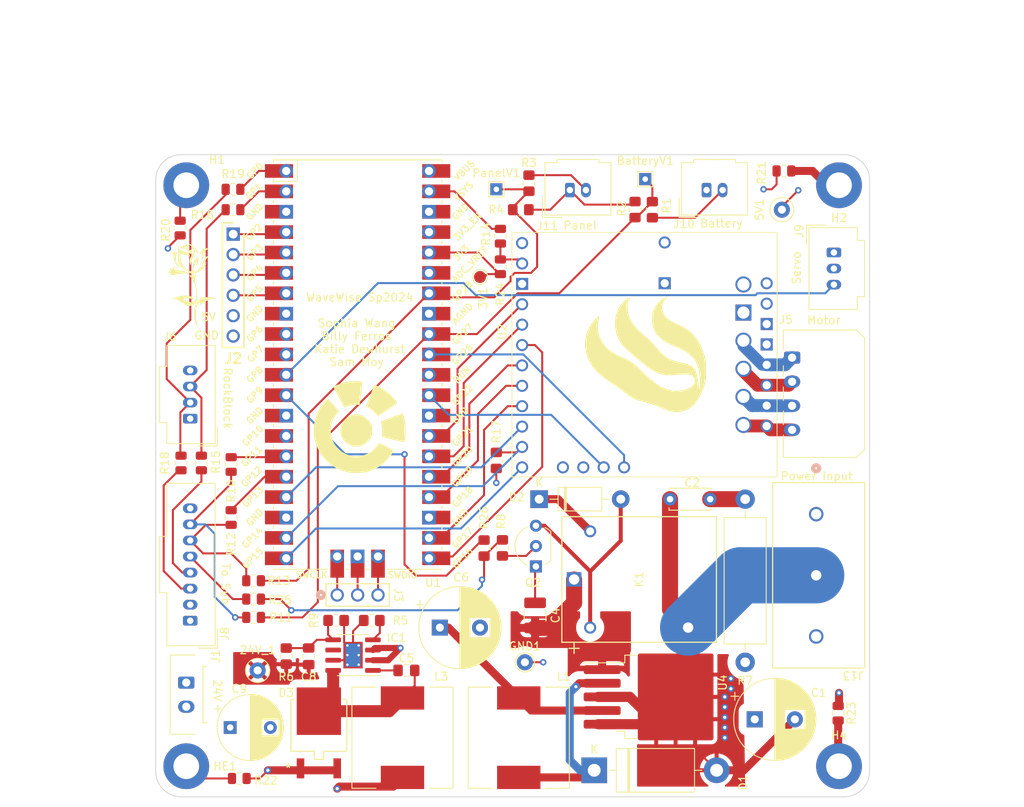
<source format=kicad_pcb>
(kicad_pcb (version 20221018) (generator pcbnew)
  (layers (0 "F.Cu" signal) (1 "In1.Cu" power) (2 "In2.Cu" power) (31 "B.Cu" signal) (34 "B.Paste" user) (35 "F.Paste" user) (36 "B.SilkS" user "B.Silkscreen") (37 "F.SilkS" user "F.Silkscreen") (38 "B.Mask" user) (39 "F.Mask" user) (44 "Edge.Cuts" user))
  (net 0 "")
  (net 1 "Net-(C2-Pad1)")
  (net 2 "+48V")
  (net 3 "GND")
  (net 4 "Net-(IC1-BOOT)")
  (net 5 "Net-(D3-CATHODE)")
  (net 6 "Net-(IC1-FB)")
  (net 7 "+24V")
  (net 8 "Net-(D1-K)")
  (net 9 "+5V")
  (net 10 "Net-(D2-A)")
  (net 11 "Net-(IC1-RT{slash}SYNC)")
  (net 12 "Net-(Q2-B)")
  (net 13 "+BATT")
  (net 14 "VBUS")
  (net 15 "/Inverter_Input")
  (net 16 "batt_sense")
  (net 17 "panel_sense")
  (net 18 "/Connectors/Batt V Sense")
  (net 19 "/Connectors/Panel V Sense")
  (net 20 "/Connectors/rockblock_TX")
  (net 21 "/Connectors/rockblock_RX")
  (net 22 "/Connectors/SICO_PUMP_CONTROL")
  (net 23 "/Connectors/BATT_SENSE_DIO")
  (net 24 "/Connectors/PANEL_SENSE_DIO")
  (net 25 "+3.3V")
  (net 26 "/Connectors/BICO_UART_RX")
  (net 27 "/PICO (BICO)/MOTOR_RESET")
  (net 28 "/Connectors/BICO_UART_TX")
  (net 29 "/Connectors/SWCLK")
  (net 30 "/Connectors/SWDIO")
  (net 31 "/Connectors/GPIO4")
  (net 32 "/Connectors/GPIO3")
  (net 33 "/Connectors/GPIO2")
  (net 34 "/Connectors/GPIO1")
  (net 35 "/Connectors/PWM_Servo")
  (net 37 "/PICO (BICO)/MOTOR_SLP")
  (net 38 "/PICO (BICO)/MOTOR_FLT")
  (net 39 "/PICO (BICO)/MOTOR_SPI0_RX")
  (net 40 "/PICO (BICO)/MOTOR_SPI0_CSn")
  (net 41 "/PICO (BICO)/MOTOR_SPI0_SCK")
  (net 42 "/PICO (BICO)/MOTOR_SPI0_TX")
  (net 43 "/PICO (BICO)/MOTOR_DIR{slash}AIN2")
  (net 44 "/PICO (BICO)/MOTOR_STEP{slash}AIN1")
  (net 45 "/PICO (BICO)/MOTOR_STALL")
  (net 47 "/PICO (BICO)/MOTOR_BEMF")
  (net 51 "/AOUT1")
  (net 52 "/AOUT2")
  (net 53 "/BOUT1")
  (net 54 "/BOUT2")
  (net 59 "Net-(H1-Pad1)")
  (net 60 "Net-(H2-Pad1)")
  (net 61 "Net-(H4-Pad1)")
  (net 63 "/Pneumatic Control/ICREF")
  (net 64 "/Connectors/SICO_TX")
  (net 65 "/Connectors/SICO_RX")
  (net 66 "Net-(HE1-Pad1)")
  (net 67 "/PUMP_CONTROL")
  (net 68 "/PICO (BICO)/BICO_PUMP_CTRL")
  (footprint "Resistor_SMD:R_0805_2012Metric_Pad1.20x1.40mm_HandSolder" (layer "F.Cu") (at 77.713 108.839 180)
    (fp_text reference "R5")
    (fp_text value "45.3k")
  )
  (footprint "Unchecked:TO-252DPAK_DIO" (layer "F.Cu") (at 71.12 121.9073)
    (fp_text reference "D3")
    (fp_text value "SBR10200CTL-13")
  )
  (footprint "Resistor_SMD:R_0805_2012Metric_Pad1.20x1.40mm_HandSolder" (layer "F.Cu") (at 110.49 57.642 90)
    (fp_text reference "R2")
    (fp_text value "20k")
  )
  (footprint "Resistor_SMD:R_0805_2012Metric_Pad1.20x1.40mm_HandSolder" (layer "F.Cu") (at 97.282 54.356 -90)
    (fp_text reference "R3")
    (fp_text value "500k")
  )
  (footprint "Package_TO_SOT_THT:TO-92_Inline_Wide" (layer "F.Cu") (at 98.15 102.108 90)
    (fp_text reference "Q2")
    (fp_text value "2N2219")
  )
  (footprint "TestPoint:TestPoint_THTPad_1.5x1.5mm_Drill0.7mm" (layer "F.Cu") (at 111.76 53.848)
    (fp_text reference "BatteryV1")
    (fp_text value "TestPoint")
  )
  (footprint "MountingHole:MountingHole_3.2mm_M3_ISO7380_Pad" (layer "F.Cu") (at 54.61 127)
    (fp_text reference "HE1")
    (fp_text value "MountingHole")
  )
  (footprint "Resistor_SMD:R_0805_2012Metric" (layer "F.Cu") (at 60.198 96.012 90)
    (fp_text reference "R12")
    (fp_text value "0")
  )
  (footprint "Resistor_SMD:R_0805_2012Metric" (layer "F.Cu") (at 60.198 89.408 90)
    (fp_text reference "R10")
    (fp_text value "0")
  )
  (footprint "Capacitor_SMD:C_0805_2012Metric_Pad1.18x1.45mm_HandSolder" (layer "F.Cu") (at 69.853 113.3055 -90)
    (fp_text reference "C8")
    (fp_text value "560p/50V")
  )
  (footprint "Capacitor_THT:CP_Radial_D10.0mm_P5.00mm" (layer "F.Cu") (at 86.186 109.728)
    (fp_text reference "C6")
    (fp_text value "1000u/10V")
  )
  (footprint "Resistor_SMD:R_0805_2012Metric" (layer "F.Cu") (at 62.992 103.886)
    (fp_text reference "R13")
    (fp_text value "0")
  )
  (footprint "Unchecked:61300311121" (layer "F.Cu") (at 73.406 105.664)
    (fp_text reference "J3")
    (fp_text value "Conn_01x03_Pin")
  )
  (footprint "Resistor_THT:R_Axial_DIN0516_L15.5mm_D5.0mm_P20.32mm_Horizontal" (layer "F.Cu") (at 124.206 93.726 -90)
    (fp_text reference "R7")
    (fp_text value "50")
  )
  (footprint "Unchecked:AWHSH105D00G" (layer "F.Cu") (at 102.901999 103.728001 90)
    (fp_text reference "K1")
    (fp_text value "AWHSH105D00G")
  )
  (footprint "Resistor_SMD:R_0805_2012Metric_Pad1.20x1.40mm_HandSolder" (layer "F.Cu") (at 91.694 99.822 -90)
    (fp_text reference "R26")
    (fp_text value "0")
  )
  (footprint "TestPoint:TestPoint_Loop_D1.80mm_Drill1.0mm_Beaded" (layer "F.Cu") (at 63.5 115.062 180)
    (fp_text reference "24V_1")
    (fp_text value "24V TP")
  )
  (footprint "Connector_Molex:Molex_MicroClasp_55932-0310_1x03_P2.00mm_Vertical" (layer "F.Cu") (at 135.255 62.992 -90)
    (fp_text reference "J9")
    (fp_text value "5031590300")
  )
  (footprint "Resistor_SMD:R_0805_2012Metric" (layer "F.Cu") (at 135.7865 120.396 -90)
    (fp_text reference "R23")
    (fp_text value "0")
  )
  (footprint "Resistor_SMD:R_0805_2012Metric" (layer "F.Cu") (at 61.214 128.524 180)
    (fp_text reference "R22")
    (fp_text value "0")
  )
  (footprint "Resistor_SMD:R_0805_2012Metric" (layer "F.Cu") (at 62.992 106.172 180)
    (fp_text reference "R25")
    (fp_text value "0")
  )
  (footprint "Resistor_SMD:R_0805_2012Metric_Pad1.20x1.40mm_HandSolder" (layer "F.Cu") (at 93.98 99.7966 -90)
    (fp_text reference "R8")
    (fp_text value "5k")
  )
  (footprint "Connector_Molex:Molex_MicroClasp_55932-0210_1x02_P2.00mm_Vertical" (layer "F.Cu") (at 119.396 55.214)
    (fp_text reference "J10")
    (fp_text value "5031590200")
  )
  (footprint "LOGO" (layer "F.Cu") (at 111.76 76.2)
    (fp_text reference "G2" hide)
    (fp_text value "LOGO" hide)
  )
  (footprint "Unchecked:CONN_1731734_PXC" (layer "F.Cu") (at 133.05 95.5929 -90)
    (fp_text reference "J13")
    (fp_text value "Screw_Terminal_01x03")
  )
  (footprint "Diode_THT:D_DO-201AD_P15.24mm_Horizontal" (layer "F.Cu") (at 105.41 127.508)
    (fp_text reference "D1")
    (fp_text value "1N5822")
  )
  (footprint "Resistor_SMD:R_0805_2012Metric_Pad1.20x1.40mm_HandSolder" (layer "F.Cu") (at 93.218 88.9 -90)
    (fp_text reference "R17")
    (fp_text value "10k")
  )
  (footprint "Capacitor_SMD:C_1210_3225Metric_Pad1.33x2.70mm_HandSolder" (layer "F.Cu") (at 98.044 108.204 90)
    (fp_text reference "C4")
    (fp_text value "2.2u/100V")
  )
  (footprint "Resistor_SMD:R_0805_2012Metric" (layer "F.Cu") (at 93.726 60.96 90)
    (fp_text reference "R14")
    (fp_text value "0")
  )
  (footprint "MountingHole:MountingHole_3.2mm_M3_ISO7380_Pad" (layer "F.Cu") (at 135.89 127)
    (fp_text reference "H4")
    (fp_text value "MountingHole")
  )
  (footprint "Resistor_SMD:R_0805_2012Metric" (layer "F.Cu") (at 60.4285 55.118)
    (fp_text reference "R19")
    (fp_text value "0")
  )
  (footprint "Resistor_SMD:R_0805_2012Metric" (layer "F.Cu") (at 129.032 52.832)
    (fp_text reference "R21")
    (fp_text value "0")
  )
  (footprint "LOGO" (layer "F.Cu") (at 55.372 67.056)
    (fp_text reference "G1" hide)
    (fp_text value "LOGO" hide)
  )
  (footprint "LOGO" (layer "F.Cu") (at 76.2 85.344)
    (fp_text reference "Ge" hide)
    (fp_text value "LOGO" hide)
  )
  (footprint "Capacitor_SMD:C_0805_2012Metric_Pad1.18x1.45mm_HandSolder" (layer "F.Cu") (at 82.0205 115.062)
    (fp_text reference "C5")
    (fp_text value "100n/25V")
  )
  (footprint "Resistor_SMD:R_0805_2012Metric" (layer "F.Cu") (at 53.95675 89.217 -90)
    (fp_text reference "R18")
    (fp_text value "0")
  )
  (footprint "Capacitor_THT:C_Disc_D5.0mm_W2.5mm_P5.00mm" (layer "F.Cu") (at 119.848 93.726 180)
    (fp_text reference "C2")
    (fp_text value "1uF/100V")
  )
  (footprint "Resistor_SMD:R_0805_2012Metric_Pad1.20x1.40mm_HandSolder" (layer "F.Cu") (at 96.266 57.658)
    (fp_text reference "R4")
    (fp_text value "17k")
  )
  (footprint "Connector_Molex:Molex_Micro-Fit_3.0_43650-0215_1x02_P3.00mm_Vertical" (layer "F.Cu") (at 54.61 116.586 -90)
    (fp_text reference "J1")
    (fp_text value "5031590200")
  )
  (footprint "Unchecked:61300611121" (layer "F.Cu") (at 60.452 60.706 -90)
    (fp_text reference "J2")
    (fp_text value "Conn_01x06_Pin" hide)
  )
  (footprint "TestPoint:TestPoint_Pad_D1.5mm" (layer "F.Cu") (at 91.186 66.04)
    (fp_text reference "3V1")
    (fp_text value "TestPoint")
  )
  (footprint "Inductor_SMD:L_12x12mm_H6mm" (layer "F.Cu") (at 81.534 123.444 -90)
    (fp_text reference "L3")
    (fp_text value "27u")
  )
  (footprint "Resistor_SMD:R_0805_2012Metric" (layer "F.Cu") (at 53.848 59.944 90)
    (fp_text reference "R20")
    (fp_text value "0")
  )
  (footprint "Resistor_SMD:R_0805_2012Metric" (layer "F.Cu") (at 56.49675 89.217 -90)
    (fp_text reference "R15")
    (fp_text value "0")
  )
  (footprint "Resistor_SMD:R_0805_2012Metric_Pad1.20x1.40mm_HandSolder" (layer "F.Cu") (at 67.056 113.284 90)
    (fp_text reference "R6")
    (fp_text value "316k")
  )
  (footprint "Resistor_SMD:R_0805_2012Metric_Pad1.20x1.40mm_HandSolder" (layer "F.Cu") (at 112.649 57.658 90)
    (fp_text reference "R1")
    (fp_text value "340k")
  )
  (footprint "Inductor_SMD:L_12x12mm_H6mm" (layer "F.Cu") (at 96.012 123.444 90)
    (fp_text reference "L1")
    (fp_text value "100u")
  )
  (footprint "MountingHole:MountingHole_3.2mm_M3_ISO7380_Pad" (layer "F.Cu") (at 54.61 54.61)
    (fp_text reference "H1")
    (fp_text value "MountingHole")
  )
  (footprint "TestPoint:TestPoint_THTPad_1.5x1.5mm_Drill0.7mm" (layer "F.Cu") (at 93.218 55.118)
    (fp_text reference "PanelV1")
    (fp_text value "TestPoint")
  )
  (footprint "TestPoint:TestPoint_THTPad_D2.0mm_Drill1.0mm" (layer "F.Cu") (at 96.774 114.046)
    (fp_text reference "GND1")
    (fp_text value "TestPoint")
  )
  (footprint "Resistor_SMD:R_0805_2012Metric" (layer "F.Cu") (at 62.992 108.458)
    (fp_text reference "R11")
    (fp_text value "0")
  )
  (footprint "Resistor_SMD:R_0805_2012Metric" (layer "F.Cu") (at 93.726 64.77 -90)
    (fp_text reference "R24")
    (fp_text value "0")
  )
  (footprint "Diode_THT:D_DO-41_SOD81_P10.16mm_Horizontal" (layer "F.Cu") (at 98.552 93.726)
    (fp_text reference "D2")
    (fp_text value "1N5817")
  )
  (footprint "Resistor_SMD:R_0805_2012Metric" (layer "F.Cu") (at 60.4285 57.658 180)
    (fp_text reference "R16")
    (fp_text value "0")
  )
  (footprint "Connector_Molex:Molex_MicroClasp_55932-0210_1x02_P2.00mm_Vertical" (layer "F.Cu") (at 102.378 55.214)
    (fp_text reference "J11")
    (fp_text value "5031590200")
  )
  (footprint "Unchecked:POLOLU_36v4" (layer "F.Cu") (at 92.4925 58.0882)
    (fp_text reference "U2")
    (fp_text value "Pololu_DRV8711_Motor_Driver")
  )
  (footprint "Connector_Molex:Molex_MicroClasp_55932-0410_1x04_P2.00mm_Vertical" (layer "F.Cu") (at 55.09975 83.6875 90)
    (fp_text reference "J6")
    (fp_text value "5031590400")
  )
  (footprint "MountingHole:MountingHole_3.2mm_M3_ISO7380_Pad" (layer "F.Cu") (at 135.89 54.61)
    (fp_text reference "H2")
    (fp_text value "MountingHole")
  )
  (footprint "Package_SO:SOIC-8-1EP_3.9x4.9mm_P1.27mm_EP2.41x3.3mm_ThermalVias" (layer "F.Cu") (at 75.376 113.157 180)
    (fp_text reference "IC1")
    (fp_text value "LV14360PDDAR")
  )
  (footprint "Connector_Molex:Molex_Micro-Fit_3.0_43650-0400_1x04_P3.00mm_Horizontal" (layer "F.Cu") (at 130.048 76.09 -90)
    (fp_text reference "J5")
    (fp_text value "5031590400")
  )
  (footprint "Package_TO_SOT_SMD:TO-263-5_TabPin6" (layer "F.Cu") (at 114.046 118.364)
    (fp_text reference "U4")
    (fp_text value "LM2576HVS-5.0_NOPB")
  )
  (footprint "Capacitor_THT:CP_Radial_D10.0mm_P5.00mm" (layer "F.Cu") (at 125.394323 121.158)
    (fp_text reference "C1")
    (fp_text value "100u/80V")
  )
  (footprint "TestPoint:TestPoint_Loop_D1.80mm_Drill1.0mm_Beaded" (layer "F.Cu") (at 128.778 57.658)
    (fp_text reference "5V1")
    (fp_text value "5V TP")
  )
  (footprint "Unchecked:Pico" (layer "F.Cu") (at 75.946 76.962)
    (fp_text reference "U1")
    (fp_text value "Raspberry Pi Pico")
  )
  (footprint "Capacitor_THT:CP_Radial_D8.0mm_P5.00mm" (layer "F.Cu") (at 60.081349 122.174)
    (fp_text reference "C9")
    (fp_text value "120u/50V")
  )
  (footprint "Resistor_SMD:R_0805_2012Metric_Pad1.20x1.40mm_HandSolder" (layer "F.Cu") (at 73.268 108.839)
    (fp_text reference "R9")
    (fp_text value "10.2k")
  )
  (footprint "Connector_Molex:Molex_MicroClasp_55932-0810_1x08_P2.00mm_Vertical" (layer "F.Cu") (at 55.09975 108.87 90)
    (fp_text reference "J8")
    (fp_text value "5031590800")
  )
  (gr_arc (start 136.525 50.800001) (mid 138.770063 51.729937) (end 139.699999 53.975) (stroke (width 0.1)) (layer "Edge.Cuts"))
  (gr_line (start 139.699999 53.975) (end 139.699999 127.635) (stroke (width 0.1)) (layer "Edge.Cuts"))
  (gr_line (start 50.800001 127.635) (end 50.800001 53.975) (stroke (width 0.1)) (layer "Edge.Cuts"))
  (gr_line (start 53.975 50.800001) (end 136.525 50.800001) (stroke (width 0.1)) (layer "Edge.Cuts"))
  (gr_arc (start 53.975 130.809999) (mid 51.729937 129.880063) (end 50.800001 127.635) (stroke (width 0.1)) (layer "Edge.Cuts"))
  (gr_arc (start 139.699999 127.635) (mid 138.770063 129.880063) (end 136.525 130.809999) (stroke (width 0.1)) (layer "Edge.Cuts"))
  (gr_line (start 136.525 130.809999) (end 53.975 130.809999) (stroke (width 0.1)) (layer "Edge.Cuts"))
  (gr_arc (start 50.800001 53.975) (mid 51.729937 51.729937) (end 53.975 50.800001) (stroke (width 0.1)) (layer "Edge.Cuts"))
  (gr_text "To Sub" (at 58.928 101.6 -90) (layer "F.SilkS") (effects (font (size 1 1)) (justify left bottom)))
  (gr_text "GND\n" (at 57.15 73.914) (layer "F.SilkS") (effects (font (size 1 1)) (justify bottom)))
  (gr_text "24V" (at 57.912 116.078 -90) (layer "F.SilkS") (effects (font (size 1 1)) (justify left bottom)))
  (gr_text "5V" (at 56.388 71.628) (layer "F.SilkS") (effects (font (size 1 1)) (justify left bottom)))
  (gr_text "WaveWise Sp2024\n\nSophia Wang \nBilly Ferros \nKatie Dewhurst\nSam Moy " (at 76.2 77.216) (layer "F.SilkS") (effects (font (size 1 1)) (justify bottom)))
  (gr_text "Panel" (at 101.473 60.198) (layer "F.SilkS") (effects (font (size 1 1)) (justify left bottom)))
  (gr_text "Battery" (at 118.491 59.944) (layer "F.SilkS") (effects (font (size 1 1)) (justify left bottom)))
  (gr_text "Motor" (at 131.826 72.009) (layer "F.SilkS") (effects (font (size 1 1)) (justify left bottom)))
  (gr_text "Servo" (at 131.191 67.056 90) (layer "F.SilkS") (effects (font (size 1 1)) (justify left bottom)))
  (gr_text "RockBlock\n" (at 59.182 77.216 -90) (layer "F.SilkS") (effects (font (size 1 1)) (justify left bottom)))
  (gr_text "Power Input" (at 128.524 91.44) (layer "F.SilkS") (effects (font (size 1 1)) (justify left bottom)))
  (segment (start 123.444 93.726) (end 124.206 92.964) (width 0.25) (layer "F.Cu") (net 1))
  (segment (start 119.848 93.726) (end 123.444 93.726) (width 2) (layer "F.Cu") (net 1))
  (segment (start 79.756 113.792) (end 77.851 113.792) (width 0.762) (layer "F.Cu") (net 2))
  (segment (start 98.044 109.7665) (end 99.7835 109.7665) (width 2) (layer "F.Cu") (net 2))
  (segment (start 102.901999 106.648001) (end 102.901999 103.728001) (width 2) (layer "F.Cu") (net 2))
  (segment (start 81.28 112.268) (end 79.756 113.792) (width 0.762) (layer "F.Cu") (net 2))
  (segment (start 81.28 112.268) (end 78.105 112.268) (width 0.762) (layer "F.Cu") (net 2))
  (segment (start 99.7835 109.7665) (end 102.901999 106.648001) (width 2) (layer "F.Cu") (net 2))
  (segment (start 78.105 112.268) (end 77.851 112.522) (width 0.762) (layer "F.Cu") (net 2))
  (via (at 81.28 112.268) (size 0.8) (drill 0.4) (layers "F.Cu" "B.Cu") (net 2))
  (segment (start 117.971 121.139) (end 117.971 124.829) (width 0.25) (layer "F.Cu") (net 3))
  (segment (start 93.218 89.9) (end 93.218 91.694) (width 0.25) (layer "F.Cu") (net 3))
  (segment (start 98.044 102.214) (end 98.15 102.108) (width 0.25) (layer "F.Cu") (net 3))
  (segment (start 110.109 57.023) (end 110.49 56.642) (width 0.25) (layer "F.Cu") (net 3))
  (segment (start 127.508 55.118) (end 126.492 55.118) (width 0.25) (layer "F.Cu") (net 3))
  (segment (start 99.06 114.046) (end 98.806 114.046) (width 0.25) (layer "F.Cu") (net 3))
  (segment (start 128.1195 54.5065) (end 127.508 55.118) (width 0.25) (layer "F.Cu") (net 3))
  (segment (start 111.988 121.764) (end 112.613 121.139) (width 1.27) (layer "F.Cu") (net 3))
  (segment (start 68.58 127.2667) (end 68.8213 127.508) (width 0.25) (layer "F.Cu") (net 3))
  (segment (start 74.268 111.549) (end 74.676 111.957) (width 0.25) (layer "F.Cu") (net 3))
  (segment (start 105.888 121.764) (end 111.988 121.764) (width 1.27) (layer "F.Cu") (net 3))
  (segment (start 130.394323 121.158) (end 124.044323 127.508) (width 1) (layer "F.Cu") (net 3))
  (segment (start 75.946 100.862) (end 75.946 105.664) (width 0.25) (layer "F.Cu") (net 3))
  (segment (start 104.187 57.023) (end 110.109 57.023) (width 0.25) (layer "F.Cu") (net 3))
  (segment (start 63.754 128.524) (end 64.77 127.508) (width 0.25) (layer "F.Cu") (net 3))
  (segment (start 124.044323 127.508) (end 120.65 127.508) (width 1) (layer "F.Cu") (net 3))
  (segment (start 109.838 118.364) (end 112.613 121.139) (width 1.27) (layer "F.Cu") (net 3))
  (segment (start 97.266 57.658) (end 99.934 57.658) (width 0.25) (layer "F.Cu") (net 3))
  (segment (start 64.77 127.508) (end 68.3387 127.508) (width 1) (layer "F.Cu") (net 3))
  (segment (start 105.888 118.364) (end 109.838 118.364) (width 1.27) (layer "F.Cu") (net 3))
  (segment (start 99.934 57.658) (end 102.378 55.214) (width 0.25) (layer "F.Cu") (net 3))
  (segment (start 75.376 113.157) (end 74.741 113.792) (width 0.25) (layer "F.Cu") (net 3))
  (segment (start 72.9107 127.508) (end 73.152 127.2667) (width 0.25) (layer "F.Cu") (net 3))
  (segment (start 62.1265 128.524) (end 63.754 128.524) (width 0.25) (layer "F.Cu") (net 3))
  (segment (start 102.378 55.214) (end 104.187 57.023) (width 0.25) (layer "F.Cu") (net 3))
  (segment (start 68.8213 127.508) (end 72.9107 127.508) (width 1) (layer "F.Cu") (net 3))
  (segment (start 75.376 110.176) (end 75.376 113.157) (width 0.25) (layer "F.Cu") (net 3))
  (segment (start 52.324 62.484) (end 52.324 62.3805) (width 0.25) (layer "F.Cu") (net 3))
  (segment (start 98.044 106.6415) (end 98.044 102.214) (width 0.25) (layer "F.Cu") (net 3))
  (segment (start 76.713 108.839) (end 75.376 110.176) (width 0.25) (layer "F.Cu") (net 3))
  (segment (start 96.774 114.046) (end 99.06 114.046) (width 0.25) (layer "F.Cu") (net 3))
  (segment (start 68.3387 127.508) (end 68.58 127.2667) (width 0.25) (layer "F.Cu") (net 3))
  (segment (start 52.324 62.3805) (end 53.848 60.8565) (width 0.25) (layer "F.Cu") (net 3))
  (segment (start 135.89 119.38) (end 135.7865 119.4835) (width 0.25) (layer "F.Cu") (net 3))
  (segment (start 74.268 108.839) (end 74.268 111.549) (width 0.25) (layer "F.Cu") (net 3))
  (segment (start 117.971 124.829) (end 120.65 127.508) (width 0.25) (layer "F.Cu") (net 3))
  (segment (start 135.89 117.856) (end 135.89 119.38) (width 1) (layer "F.Cu") (net 3))
  (segment (start 128.1195 54.5065) (end 128.1195 52.832) (width 0.25) (layer "F.Cu") (net 3))
  (segment (start 74.741 113.792) (end 72.901 113.792) (width 0.25) (layer "F.Cu") (net 3))
  (via (at 126.492 55.118) (size 0.8) (drill 0.4) (layers "F.Cu" "B.Cu") (net 3))
  (via (at 99.06 114.046) (size 0.8) (drill 0.4) (layers "F.Cu" "B.Cu") (net 3))
  (via (at 121.666 122.174) (size 0.8) (drill 0.4) (layers "F.Cu" "B.Cu") (net 3))
  (via (at 93.218 91.694) (size 0.8) (drill 0.4) (layers "F.Cu" "B.Cu") (net 3))
  (via (at 121.666 123.444) (size 0.8) (drill 0.4) (layers "F.Cu" "B.Cu") (net 3))
  (via (at 121.666 118.364) (size 0.8) (drill 0.4) (layers "F.Cu" "B.Cu") (net 3))
  (via (at 52.324 62.484) (size 0.8) (drill 0.4) (layers "F.Cu" "B.Cu") (net 3))
  (via (at 64.77 127.508) (size 0.8) (drill 0.4) (layers "F.Cu" "B.Cu") (net 3))
  (via (at 122.428 117.348) (size 0.8) (drill 0.4) (layers "F.Cu" "B.Cu") (net 3))
  (via (at 121.666 120.904) (size 0.8) (drill 0.4) (layers "F.Cu" "B.Cu") (net 3))
  (via (at 122.428 116.078) (size 0.8) (drill 0.4) (layers "F.Cu" "B.Cu") (net 3))
  (via (at 135.89 117.856) (size 0.8) (drill 0.4) (layers "F.Cu" "B.Cu") (net 3))
  (via (at 121.666 119.634) (size 0.8) (drill 0.4) (layers "F.Cu" "B.Cu") (net 3))
  (segment (start 77.851 115.062) (end 80.983 115.062) (width 0.25) (layer "F.Cu") (net 4))
  (segment (start 83.058 116.97) (end 81.534 118.494) (width 0.25) (layer "F.Cu") (net 5))
  (segment (start 70.866 120.142) (end 79.886 120.142) (width 1.5) (layer "F.Cu") (net 5))
  (segment (start 72.901 117.345) (end 72.901 115.573) (width 1.5) (layer "F.Cu") (net 5))
  (segment (start 70.866 120.142) (end 70.866 119.38) (width 0.25) (layer "F.Cu") (net 5))
  (segment (start 70.866 119.38) (end 72.901 117.345) (width 0.25) (layer "F.Cu") (net 5))
  (segment (start 79.886 120.142) (end 81.534 118.494) (width 1.5) (layer "F.Cu") (net 5))
  (segment (start 83.058 115.062) (end 83.058 116.97) (width 0.25) (layer "F.Cu") (net 5))
  (segment (start 72.901 115.573) (end 72.898 115.57) (width 1.5) (layer "F.Cu") (net 5))
  (segment (start 72.268 110.619) (end 72.268 108.839) (width 0.25) (layer "F.Cu") (net 6))
  (segment (start 67.31 112.284) (end 69.837 112.284) (width 0.25) (layer "F.Cu") (net 6))
  (segment (start 72.901 111.252) (end 72.268 110.619) (width 0.25) (layer "F.Cu") (net 6))
  (segment (start 69.853 112.268) (end 70.869 111.252) (width 0.25) (layer "F.Cu") (net 6))
  (segment (start 69.837 112.284) (end 69.853 112.268) (width 0.25) (layer "F.Cu") (net 6))
  (segment (start 70.869 111.252) (end 72.901 111.252) (width 0.25) (layer "F.Cu") (net 6))
  (segment (start 80.388 129.54) (end 81.534 128.394) (width 1) (layer "F.Cu") (net 7))
  (segment (start 73.66 129.54) (end 80.388 129.54) (width 1) (layer "F.Cu") (net 7))
  (segment (start 73.406 129.794) (end 73.66 129.54) (width 1) (layer "F.Cu") (net 7))
  (via (at 73.406 129.794) (size 0.8) (drill 0.4) (layers "F.Cu" "B.Cu") (net 7))
  (segment (start 104.524 128.394) (end 105.41 127.508) (width 0.25) (layer "F.Cu") (net 8))
  (segment (start 103.554 116.664) (end 106.396 116.664) (width 1) (layer "F.Cu") (net 8))
  (segment (start 96.012 128.394) (end 104.524 128.394) (width 1) (layer "F.Cu") (net 8))
  (segment (start 103.124 117.094) (end 103.554 116.664) (width 1) (layer "F.Cu") (net 8))
  (via (at 103.124 117.094) (size 0.8) (drill 0.4) (layers "F.Cu" "B.Cu") (net 8))
  (segment (start 102.362 126.238) (end 103.632 127.508) (width 1) (layer "B.Cu") (net 8))
  (segment (start 103.124 117.094) (end 102.362 117.856) (width 1) (layer "B.Cu") (net 8))
  (segment (start 102.362 117.856) (end 102.362 126.238) (width 1) (layer "B.Cu") (net 8))
  (segment (start 103.632 127.508) (end 105.41 127.508) (width 1) (layer "B.Cu") (net 8))
  (segment (start 87.9983 55.372) (end 84.836 55.372) (width 0.25) (layer "F.Cu") (net 9))
  (segment (start 92.6738 60.0475) (end 87.9983 55.372) (width 0.25) (layer "F.Cu") (net 9))
  (segment (start 87.246 109.728) (end 86.186 109.728) (width 1) (layer "F.Cu") (net 9))
  (segment (start 93.726 60.0475) (end 92.6738 60.0475) (width 0.25) (layer "F.Cu") (net 9))
  (segment (start 97.582 120.064) (end 96.012 118.494) (width 1) (layer "F.Cu") (net 9))
  (segment (start 128.778 57.277) (end 128.778 57.658) (width 0.25) (layer "F.Cu") (net 9))
  (segment (start 100.899998 93.726) (end 104.902 97.728002) (width 1) (layer "F.Cu") (net 9))
  (segment (start 106.396 120.064) (end 97.582 120.064) (width 1) (layer "F.Cu") (net 9))
  (segment (start 96.012 118.494) (end 87.246 109.728) (width 1) (layer "F.Cu") (net 9))
  (segment (start 98.552 93.726) (end 100.899998 93.726) (width 1) (layer "F.Cu") (net 9))
  (segment (start 130.81 55.245) (end 128.778 57.277) (width 0.25) (layer "F.Cu") (net 9))
  (via (at 130.81 55.245) (size 0.8) (drill 0.4) (layers "F.Cu" "B.Cu") (net 9))
  (segment (start 104.902 102.71934) (end 104.902 109.728) (width 0.5) (layer "F.Cu") (net 10))
  (segment (start 99.21066 97.028) (end 104.902 102.71934) (width 0.5) (layer "F.Cu") (net 10))
  (segment (start 108.712 93.726) (end 108.712 98.90934) (width 0.5) (layer "F.Cu") (net 10))
  (segment (start 98.15 97.028) (end 99.21066 97.028) (width 0.5) (layer "F.Cu") (net 10))
  (segment (start 108.712 98.90934) (end 104.902 102.71934) (width 0.5) (layer "F.Cu") (net 10))
  (segment (start 78.713 110.39) (end 77.851 111.252) (width 0.25) (layer "F.Cu") (net 11))
  (segment (start 78.713 108.839) (end 78.713 110.39) (width 0.25) (layer "F.Cu") (net 11))
  (segment (start 93.7514 100.7966) (end 96.9214 100.7966) (width 0.25) (layer "F.Cu") (net 12))
  (segment (start 96.9214 100.7966) (end 98.15 99.568) (width 0.25) (layer "F.Cu") (net 12))
  (segment (start 112.649 58.658) (end 117.952 58.658) (width 0.25) (layer "F.Cu") (net 13))
  (segment (start 117.952 58.658) (end 121.396 55.214) (width 0.25) (layer "F.Cu") (net 13))
  (segment (start 97.282 53.356) (end 102.52 53.356) (width 0.25) (layer "F.Cu") (net 14))
  (segment (start 102.52 53.356) (end 104.378 55.214) (width 0.25) (layer "F.Cu") (net 14))
  (segment (start 114.848 93.726) (end 114.848 107.474802) (width 2) (layer "F.Cu") (net 15))
  (segment (start 114.848 107.474802) (end 117.101198 109.728) (width 2) (layer "F.Cu") (net 15))
  (segment (start 123.616298 103.2129) (end 117.101198 109.728) (width 7) (layer "B.Cu") (net 15))
  (segment (start 133.05 103.2129) (end 123.616298 103.2129) (width 7) (layer "B.Cu") (net 15))
  (segment (start 60.198 90.3205) (end 60.198 91.77175) (width 0.25) (layer "F.Cu") (net 16))
  (segment (start 60.706 108.458) (end 62.0795 108.458) (width 0.25) (layer "F.Cu") (net 16))
  (segment (start 60.706 108.458) (end 60.96 108.458) (width 0.25) (layer "F.Cu") (net 16))
  (segment (start 60.198 91.77175) (end 55.09975 96.87) (width 0.25) (layer "F.Cu") (net 16))
  (via (at 60.706 108.458) (size 0.8) (drill 0.4) (layers "F.Cu" "B.Cu") (net 16))
  (segment (start 58.166 98.044) (end 56.992 96.87) (width 0.25) (layer "B.Cu") (net 16))
  (segment (start 60.706 108.458) (end 58.166 105.918) (width 0.25) (layer "B.Cu") (net 16))
  (segment (start 56.992 96.87) (end 55.09975 96.87) (width 0.25) (layer "B.Cu") (net 16))
  (segment (start 58.166 105.918) (end 58.166 98.044) (width 0.25) (layer "B.Cu") (net 16))
  (segment (start 57.04525 96.9245) (end 55.09975 98.87) (width 0.25) (layer "F.Cu") (net 17))
  (segment (start 60.198 96.9245) (end 57.04525 96.9245) (width 0.25) (layer "F.Cu") (net 17))
  (segment (start 60.198 100.4805) (end 56.71025 100.4805) (width 0.25) (layer "F.Cu") (net 17))
  (segment (start 56.71025 100.4805) (end 55.09975 98.87) (width 0.25) (layer "F.Cu") (net 17))
  (segment (start 62.0795 103.886) (end 62.0795 102.362) (width 0.25) (layer "F.Cu") (net 17))
  (segment (start 62.0795 102.362) (end 60.198 100.4805) (width 0.25) (layer "F.Cu") (net 17))
  (segment (start 70.993 106.553) (end 70.993 86.995) (width 0.25) (layer "F.Cu") (net 18))
  (segment (start 111.506 54.102) (end 111.76 53.848) (width 0.25) (layer "F.Cu") (net 18))
  (segment (start 110.665 58.642) (end 112.649 56.658) (width 0.25) (layer "F.Cu") (net 18))
  (segment (start 101.06 68.072) (end 110.49 58.642) (width 0.25) (layer "F.Cu") (net 18))
  (segment (start 90.805 73.152) (end 95.885 68.072) (width 0.25) (layer "F.Cu") (net 18))
  (segment (start 70.993 86.995) (end 84.836 73.152) (width 0.25) (layer "F.Cu") (net 18))
  (segment (start 69.088 108.458) (end 70.993 106.553) (width 0.25) (layer "F.Cu") (net 18))
  (segment (start 112.649 54.737) (end 111.76 53.848) (width 0.25) (layer "F.Cu") (net 18))
  (segment (start 110.49 58.642) (end 110.665 58.642) (width 0.25) (layer "F.Cu") (net 18))
  (segment (start 112.649 56.658) (end 112.649 54.737) (width 0.25) (layer "F.Cu") (net 18))
  (segment (start 63.9045 108.458) (end 69.088 108.458) (width 0.25) (layer "F.Cu") (net 18))
  (segment (start 95.885 68.072) (end 101.06 68.072) (width 0.25) (layer "F.Cu") (net 18))
  (segment (start 84.836 73.152) (end 90.805 73.152) (width 0.25) (layer "F.Cu") (net 18))
  (segment (start 95.266 57.372) (end 97.282 55.356) (width 0.25) (layer "F.Cu") (net 19))
  (segment (start 94.996 66.548) (end 94.996 66.04) (width 0.25) (layer "F.Cu") (net 19))
  (segment (start 84.836 68.072) (end 85.344 68.58) (width 0.25) (layer "F.Cu") (net 19))
  (segment (start 95.504 65.532) (end 97.536 65.532) (width 0.25) (layer "F.Cu") (net 19))
  (segment (start 95.266 57.658) (end 95.266 57.372) (width 0.25) (layer "F.Cu") (net 19))
  (segment (start 92.964 68.58) (end 94.996 66.548) (width 0.25) (layer "F.Cu") (net 19))
  (segment (start 63.9045 103.886) (end 68.326 103.886) (width 0.25) (layer "F.Cu") (net 19))
  (segment (start 69.85 102.362) (end 69.85 83.058) (width 0.25) (layer "F.Cu") (net 19))
  (segment (start 97.536 65.532) (end 98.298 64.77) (width 0.25) (layer "F.Cu") (net 19))
  (segment (start 93.218 55.118) (end 97.044 55.118) (width 0.25) (layer "F.Cu") (net 19))
  (segment (start 85.344 68.58) (end 92.964 68.58) (width 0.25) (layer "F.Cu") (net 19))
  (segment (start 94.996 66.04) (end 95.504 65.532) (width 0.25) (layer "F.Cu") (net 19))
  (segment (start 97.044 55.118) (end 97.282 55.356) (width 0.25) (layer "F.Cu") (net 19))
  (segment (start 98.298 60.69) (end 95.266 57.658) (width 0.25) (layer "F.Cu") (net 19))
  (segment (start 98.298 64.77) (end 98.298 60.69) (width 0.25) (layer "F.Cu") (net 19))
  (segment (start 68.326 103.886) (end 69.85 102.362) (width 0.25) (layer "F.Cu") (net 19))
  (segment (start 69.85 83.058) (end 84.836 68.072) (width 0.25) (layer "F.Cu") (net 19))
  (segment (start 53.87475 88.406) (end 53.95675 88.488) (width 0.25) (layer "F.Cu") (net 20))
  (segment (start 52.17475 74.31725) (end 52.17475 78.7625) (width 0.25) (layer "F.Cu") (net 20))
  (segment (start 59.516 55.118) (end 59.516 55.8) (width 0.25) (layer "F.Cu") (net 20))
  (segment (start 55.118 71.374) (end 52.17475 74.31725) (width 0.25) (layer "F.Cu") (net 20))
  (segment (start 59.516 55.8) (end 55.118 60.198) (width 0.25) (layer "F.Cu") (net 20))
  (segment (start 55.118 60.198) (end 55.118 71.374) (width 0.25) (layer "F.Cu") (net 20))
  (segment (start 52.17475 78.7625) (end 55.09975 81.6875) (width 0.25) (layer "F.Cu") (net 20))
  (segment (start 55.09975 81.6875) (end 53.87475 82.9125) (width 0.25) (layer "F.Cu") (net 20))
  (segment (start 53.87475 82.9125) (end 53.87475 88.406) (width 0.25) (layer "F.Cu") (net 20))
  (segment (start 57.15 60.024) (end 59.516 57.658) (width 0.25) (layer "F.Cu") (net 21))
  (segment (start 55.09975 79.6875) (end 57.15 77.63725) (width 0.25) (layer "F.Cu") (net 21))
  (segment (start 57.15 77.63725) (end 57.15 60.024) (width 0.25) (layer "F.Cu") (net 21))
  (segment (start 56.49675 88.488) (end 56.49675 81.0845) (width 0.25) (layer "F.Cu") (net 21))
  (segment (start 56.49675 81.0845) (end 55.09975 79.6875) (width 0.25) (layer "F.Cu") (net 21))
  (segment (start 60.40175 106.172) (end 55.09975 100.87) (width 0.25) (layer "F.Cu") (net 22))
  (segment (start 62.0795 106.172) (end 60.40175 106.172) (width 0.25) (layer "F.Cu") (net 22))
  (segment (start 60.198 88.4955) (end 66.9525 88.4955) (width 0.25) (layer "F.Cu") (net 23))
  (segment (start 66.9525 88.4955) (end 67.056 88.392) (width 0.25) (layer "F.Cu") (net 23))
  (segment (start 60.198 95.0995) (end 64.3655 90.932) (width 0.25) (layer "F.Cu") (net 24))
  (segment (start 64.3655 90.932) (end 67.056 90.932) (width 0.25) (layer "F.Cu") (net 24))
  (segment (start 90.932 62.992) (end 84.836 62.992) (width 0.25) (layer "F.Cu") (net 25))
  (segment (start 93.726 65.6825) (end 93.6225 65.6825) (width 0.25) (layer "F.Cu") (net 25))
  (segment (start 91.741 66.04) (end 92.0985 65.6825) (width 0.25) (layer "F.Cu") (net 25))
  (segment (start 91.186 66.04) (end 91.741 66.04) (width 0.25) (layer "F.Cu") (net 25))
  (segment (start 93.6225 65.6825) (end 90.932 62.992) (width 0.25) (layer "F.Cu") (net 25))
  (segment (start 92.0985 65.6825) (end 93.726 65.6825) (width 0.25) (layer "F.Cu") (net 25))
  (segment (start 63.6505 55.372) (end 67.056 55.372) (width 0.25) (layer "F.Cu") (net 26))
  (segment (start 66.548 55.88) (end 67.056 55.372) (width 0.25) (layer "F.Cu") (net 26))
  (segment (start 61.2375 57.785) (end 63.6505 55.372) (width 0.25) (layer "F.Cu") (net 26))
  (segment (start 93.218 87.9) (end 95.7515 87.9) (width 0.25) (layer "F.Cu") (net 27))
  (segment (start 95.7515 87.9) (end 96.4295 87.222) (width 0.25) (layer "F.Cu") (net 27))
  (segment (start 73.501 92.107) (end 91.5445 92.107) (width 0.25) (layer "B.Cu") (net 27))
  (segment (start 91.5445 92.107) (end 96.4295 87.222) (width 0.25) (layer "B.Cu") (net 27))
  (segment (start 67.056 98.552) (end 73.501 92.107) (width 0.25) (layer "B.Cu") (net 27))
  (segment (start 61.2375 55.245) (end 63.6505 52.832) (width 0.25) (layer "F.Cu") (net 28))
  (segment (start 66.548 53.34) (end 67.056 52.832) (width 0.25) (layer "F.Cu") (net 28))
  (segment (start 63.6505 52.832) (end 67.056 52.832) (width 0.25) (layer "F.Cu") (net 28))
  (segment (start 73.406 100.862) (end 73.406 105.791) (width 0.25) (layer "F.Cu") (net 29))
  (segment (start 73.406 105.791) (end 73.152 106.045) (width 0.25) (layer "F.Cu") (net 29))
  (segment (start 78.486 100.862) (end 78.486 105.664) (width 0.25) (layer "F.Cu") (net 30))
  (segment (start 66.802 68.326) (end 67.056 68.072) (width 0.25) (layer "F.Cu") (net 31))
  (segment (start 60.198 68.326) (end 66.802 68.326) (width 0.25) (layer "F.Cu") (net 31))
  (segment (start 67.056 68.262) (end 67.056 68.072) (width 0.25) (layer "B.Cu") (net 31))
  (segment (start 60.198 65.786) (end 66.802 65.786) (width 0.25) (layer "F.Cu") (net 32))
  (segment (start 66.802 65.786) (end 67.056 65.532) (width 0.25) (layer "F.Cu") (net 32))
  (segment (start 66.929 62.865) (end 67.056 62.992) (width 0.25) (layer "F.Cu") (net 33))
  (segment (start 66.802 63.246) (end 67.056 62.992) (width 0.25) (layer "F.Cu") (net 33))
  (segment (start 60.198 63.246) (end 66.802 63.246) (width 0.25) (layer "F.Cu") (net 33))
  (segment (start 66.802 60.706) (end 67.056 60.452) (width 0.25) (layer "F.Cu") (net 34))
  (segment (start 60.198 60.706) (end 66.802 60.706) (width 0.25) (layer "F.Cu") (net 34))
  (segment (start 78.486 66.802) (end 67.056 78.232) (width 0.25) (layer "B.Cu") (net 35))
  (segment (start 89.154 66.802) (end 78.486 66.802) (width 0.25) (layer "B.Cu") (net 35))
  (segment (start 125.73 68.072) (end 125.4988 68.3032) (width 0.25) (layer "B.Cu") (net 35))
  (segment (start 135.255 66.992) (end 134.175 68.072) (width 0.25) (layer "B.Cu") (net 35))
  (segment (start 134.175 68.072) (end 125.73 68.072) (width 0.25) (layer "B.Cu") (net 35))
  (segment (start 90.6552 68.3032) (end 89.154 66.802) (width 0.25) (layer "B.Cu") (net 35))
  (segment (start 125.4988 68.3032) (end 90.6552 68.3032) (width 0.25) (layer "B.Cu") (net 35))
  (segment (start 96.4295 84.682) (end 91.3545 89.757) (width 0.25) (layer "B.Cu") (net 37))
  (segment (start 91.3545 89.757) (end 70.771 89.757) (width 0.25) (layer "B.Cu") (net 37))
  (segment (start 70.771 89.757) (end 67.056 93.472) (width 0.25) (layer "B.Cu") (net 37))
  (segment (start 88.8145 97.377) (end 70.771 97.377) (width 0.25) (layer "B.Cu") (net 38))
  (segment (start 96.4295 89.762) (end 88.8145 97.377) (width 0.25) (layer "B.Cu") (net 38))
  (segment (start 70.771 97.377) (end 67.056 101.092) (width 0.25) (layer "B.Cu") (net 38))
  (segment (start 98.933 75.438) (end 98.933 89.69664) (width 0.25) (layer "F.Cu") (net 39))
  (segment (start 87.76278 100.86686) (end 85.979 100.86686) (width 0.25) (layer "F.Cu") (net 39))
  (segment (start 98.017 74.522) (end 98.933 75.438) (width 0.25) (layer "F.Cu") (net 39))
  (segment (start 98.933 89.69664) (end 87.76278 100.86686) (width 0.25) (layer "F.Cu") (net 39))
  (segment (start 96.4295 74.522) (end 98.017 74.522) (width 0.25) (layer "F.Cu") (net 39))
  (segment (start 86.36 98.552) (end 84.836 98.552) (width 0.25) (layer "F.Cu") (net 40))
  (segment (start 94.642 82.142) (end 91.694 85.09) (width 0.25) (layer "F.Cu") (net 40))
  (segment (start 96.4295 82.142) (end 94.642 82.142) (width 0.25) (layer "F.Cu") (net 40))
  (segment (start 91.694 85.09) (end 91.694 93.218) (width 0.25) (layer "F.Cu") (net 40))
  (segment (start 91.694 93.218) (end 86.36 98.552) (width 0.25) (layer "F.Cu") (net 40))
  (segment (start 94.433504 79.602) (end 90.932 83.103504) (width 0.25) (layer "F.Cu") (net 41))
  (segment (start 90.932 83.103504) (end 90.932 88.9) (width 0.25) (layer "F.Cu") (net 41))
  (segment (start 90.932 88.9) (end 86.36 93.472) (width 0.25) (layer "F.Cu") (net 41))
  (segment (start 86.36 93.472) (end 84.836 93.472) (width 0.25) (layer "F.Cu") (net 41))
  (segment (start 96.4295 79.602) (end 94.433504 79.602) (width 0.25) (layer "F.Cu") (net 41))
  (segment (start 94.642 77.062) (end 89.858 81.846) (width 0.25) (layer "F.Cu") (net 42))
  (segment (start 89.858 87.52) (end 86.446 90.932) (width 0.25) (layer "F.Cu") (net 42))
  (segment (start 96.4295 77.062) (end 94.642 77.062) (width 0.25) (layer "F.Cu") (net 42))
  (segment (start 86.446 90.932) (end 84.836 90.932) (width 0.25) (layer "F.Cu") (net 42))
  (segment (start 89.858 81.846) (end 89.858 87.52) (width 0.25) (layer "F.Cu") (net 42))
  (segment (start 89.154 87.122) (end 87.884 88.392) (width 0.25) (layer "F.Cu") (net 43))
  (segment (start 87.884 88.392) (end 84.836 88.392) (width 0.25) (layer "F.Cu") (net 43))
  (segment (start 96.4295 71.982) (end 89.154 79.2575) (width 0.25) (layer "F.Cu") (net 43))
  (segment (start 89.154 79.2575) (end 89.154 87.122) (width 0.25) (layer "F.Cu") (net 43))
  (segment (start 86.418 85.852) (end 88.392 83.878) (width 0.25) (layer "F.Cu") (net 44))
  (segment (start 84.836 85.852) (end 86.418 85.852) (width 0.25) (layer "F.Cu") (net 44))
  (segment (start 88.392 77.4795) (end 96.4295 69.442) (width 0.25) (layer "F.Cu") (net 44))
  (segment (start 88.392 83.878) (end 88.392 77.4795) (width 0.25) (layer "F.Cu") (net 44))
  (segment (start 100.0445 83.217) (end 87.281 83.217) (width 0.25) (layer "B.Cu") (net 45))
  (segment (start 106.5895 89.762) (end 100.0445 83.217) (width 0.25) (layer "B.Cu") (net 45))
  (segment (start 87.281 83.217) (end 84.836 80.772) (width 0.25) (layer "B.Cu") (net 45))
  (segment (start 96.57978 75.692) (end 84.836 75.692) (width 0.25) (layer "B.Cu") (net 47))
  (segment (start 109.1295 89.762) (end 109.1295 88.24172) (width 0.25) (layer "B.Cu") (net 47))
  (segment (start 109.1295 88.24172) (end 96.57978 75.692) (width 0.25) (layer "B.Cu") (net 47))
  (segment (start 129.1522 76.9858) (end 130.048 76.09) (width 1.6) (layer "B.Cu") (net 51))
  (segment (start 126.324528 76.9858) (end 126.8841 76.9858) (width 1.45) (layer "B.Cu") (net 51))
  (segment (start 126.8841 76.9858) (end 129.1522 76.9858) (width 1.6) (layer "B.Cu") (net 51))
  (segment (start 123.9885 73.9782) (end 123.9885 74.0902) (width 1.45) (layer "B.Cu") (net 51))
  (segment (start 123.9885 74.649772) (end 126.324528 76.9858) (width 1.45) (layer "B.Cu") (net 51))
  (segment (start 123.9885 74.0902) (end 123.9885 74.649772) (width 1.45) (layer "B.Cu") (net 51))
  (segment (start 123.9885 77.6875) (end 123.952 77.724) (width 0.25) (layer "F.Cu") (net 52))
  (segment (start 125.7538 79.5258) (end 126.8841 79.5258) (width 1.6) (layer "F.Cu") (net 52))
  (segment (start 123.9885 77.4782) (end 123.9885 77.6875) (width 0.25) (layer "F.Cu") (net 52))
  (segment (start 129.6122 79.5258) (end 130.048 79.09) (width 1.6) (layer "F.Cu") (net 52))
  (segment (start 126.8841 79.5258) (end 129.6122 79.5258) (width 1.6) (layer "F.Cu") (net 52))
  (segment (start 123.952 77.724) (end 125.7538 79.5258) (width 1.6) (layer "F.Cu") (net 52))
  (segment (start 127.173891 81.776009) (end 126.8841 82.0658) (width 0.25) (layer "F.Cu") (net 53))
  (segment (start 123.9885 80.9782) (end 125.0761 82.0658) (width 1.6) (layer "B.Cu") (net 53))
  (segment (start 130.048 82.09) (end 126.9083 82.09) (width 1.6) (layer "B.Cu") (net 53))
  (segment (start 126.9083 82.09) (end 126.8841 82.0658) (width 0.25) (layer "B.Cu") (net 53))
  (segment (start 125.0761 82.0658) (end 126.8841 82.0658) (width 1.6) (layer "B.Cu") (net 53))
  (segment (start 126.6539 82.296) (end 126.8841 82.0658) (width 0.25) (layer "B.Cu") (net 53))
  (segment (start 124.1161 84.6058) (end 126.8841 84.6058) (width 1.6) (layer "F.Cu") (net 54))
  (segment (start 123.9885 84.4782) (end 124.1161 84.6058) (width 1.6) (layer "F.Cu") (net 54))
  (segment (start 127.3683 85.09) (end 126.8841 84.6058) (width 1.6) (layer "F.Cu") (net 54))
  (segment (start 130.048 85.09) (end 127.3683 85.09) (width 1.6) (layer "F.Cu") (net 54))
  (segment (start 53.848 55.372) (end 54.61 54.61) (width 0.25) (layer "F.Cu") (net 59))
  (segment (start 53.848 59.0315) (end 53.848 55.372) (width 0.25) (layer "F.Cu") (net 59))
  (segment (start 132.588 52.832) (end 135.128 55.372) (width 1) (layer "F.Cu") (net 60))
  (segment (start 129.9445 52.832) (end 132.588 52.832) (width 1) (layer "F.Cu") (net 60))
  (segment (start 135.7865 126.8965) (end 135.89 127) (width 0.25) (layer "F.Cu") (net 61))
  (segment (start 135.7865 121.3085) (end 135.7865 126.8965) (width 1) (layer "F.Cu") (net 61))
  (segment (start 95.925 63.8575) (end 96.4295 64.362) (width 0.25) (layer "F.Cu") (net 63))
  (segment (start 93.726 63.8575) (end 95.925 63.8575) (width 0.25) (layer "F.Cu") (net 63))
  (segment (start 93.726 63.8575) (end 93.726 61.8725) (width 0.25) (layer "F.Cu") (net 63))
  (segment (start 51.79775 102.679) (end 53.98875 104.87) (width 0.25) (layer "F.Cu") (net 64))
  (segment (start 53.95675 90.313) (end 53.49575 90.313) (width 0.25) (layer "F.Cu") (net 64))
  (segment (start 53.49575 90.313) (end 51.79775 92.011) (width 0.25) (layer "F.Cu") (net 64))
  (segment (start 53.98875 104.87) (end 55.09975 104.87) (width 0.25) (layer "F.Cu") (net 64))
  (segment (start 51.79775 92.011) (end 51.79775 102.679) (width 0.25) (layer "F.Cu") (net 64))
  (segment (start 55.09975 102.87) (end 54.12025 102.87) (width 0.25) (layer "F.Cu") (net 65))
  (segment (start 54.12025 102.87) (end 52.94075 101.6905) (width 0.25) (layer "F.Cu") (net 65))
  (segment (start 52.94075 95.0865) (end 56.49675 91.5305) (width 0.25) (layer "F.Cu") (net 65))
  (segment (start 52.94075 101.6905) (end 52.94075 95.0865) (width 0.25) (layer "F.Cu") (net 65))
  (segment (start 56.49675 91.5305) (end 56.49675 90.313) (width 0.25) (layer "F.Cu") (net 65))
  (segment (start 56.134 128.524) (end 54.61 127) (width 0.25) (layer "F.Cu") (net 66))
  (segment (start 57.15 127.508) (end 55.118 125.476) (width 0.25) (layer "F.Cu") (net 66))
  (segment (start 60.3015 128.524) (end 56.134 128.524) (width 0.25) (layer "F.Cu") (net 66))
  (segment (start 67.691 107.569) (end 66.294 106.172) (width 0.25) (layer "F.Cu") (net 67))
  (segment (start 66.294 106.172) (end 63.9045 106.172) (width 0.25) (layer "F.Cu") (net 67))
  (segment (start 91.694 100.838) (end 91.694 103.505) (width 0.25) (layer "F.Cu") (net 67))
  (segment (start 93.98 98.7966) (end 93.7354 98.7966) (width 0.25) (layer "F.Cu") (net 67))
  (segment (start 93.7514 98.7966) (end 93.98 98.7966) (width 0.25) (layer "F.Cu") (net 67))
  (segment (start 93.7354 98.7966) (end 91.694 100.838) (width 0.25) (layer "F.Cu") (net 67))
  (segment (start 91.694 103.505) (end 91.44 103.759) (width 0.25) (layer "F.Cu") (net 67))
  (via (at 91.44 103.759) (size 0.8) (drill 0.4) (layers "F.Cu" "B.Cu") (net 67))
  (via (at 67.691 107.569) (size 0.8) (drill 0.4) (layers "F.Cu" "B.Cu") (net 67))
  (segment (start 88.392 107.569) (end 67.691 107.569) (width 0.25) (layer "B.Cu") (net 67))
  (segment (start 91.44 104.521) (end 88.392 107.569) (width 0.25) (layer "B.Cu") (net 67))
  (segment (start 91.44 103.759) (end 91.44 104.521) (width 0.25) (layer "B.Cu") (net 67))
  (segment (start 91.44 98.822) (end 91.694 98.822) (width 0.25) (layer "F.Cu") (net 68))
  (segment (start 81.788 88.138) (end 81.788 101.854) (width 0.25) (layer "F.Cu") (net 68))
  (segment (start 81.788 101.854) (end 83.185 103.251) (width 0.25) (layer "F.Cu") (net 68))
  (segment (start 83.185 103.251) (end 87.011 103.251) (width 0.25) (layer "F.Cu") (net 68))
  (segment (start 87.011 103.251) (end 91.44 98.822) (width 0.25) (layer "F.Cu") (net 68))
  (via (at 81.788 88.138) (size 0.8) (drill 0.4) (layers "F.Cu" "B.Cu") (net 68))
  (segment (start 67.056 80.772) (end 74.422 88.138) (width 0.25) (layer "B.Cu") (net 68))
  (segment (start 74.422 88.138) (end 81.788 88.138) (width 0.25) (layer "B.Cu") (net 68))
  (zone (net 3) (net_name "GND") (layer "F.Cu") (priority 4) (connect_pads (clearance 1)) (min_thickness 0.25) (fill yes (thermal_gap 0.5) (thermal_bridge_width 0.5))
    (polygon (pts (xy 110.744 113.03) (xy 110.744 129.54) (xy 124.206 129.54) (xy 123.952 113.03)))
  )
  (zone (net 7) (net_name "+24V") (layer "F.Cu") (priority 5) (connect_pads (clearance 1)) (min_thickness 0.25) (fill yes (thermal_gap 0.5) (thermal_bridge_width 0.5))
    (polygon (pts (xy 60.452 112.776) (xy 71.628 112.776) (xy 71.628 116.84) (xy 60.452 116.84)))
  )
  (zone (net 2) (net_name "+48V") (layer "F.Cu") (priority 6) (connect_pads (clearance 1)) (min_thickness 0.25) (fill yes (thermal_gap 0.5) (thermal_bridge_width 1))
    (polygon (pts (xy 109.982 107.696) (xy 109.982 115.824) (xy 102.108 115.824) (xy 102.108 112.268) (xy 94.996 112.268) (xy 94.996 107.696)))
  )
)
</source>
